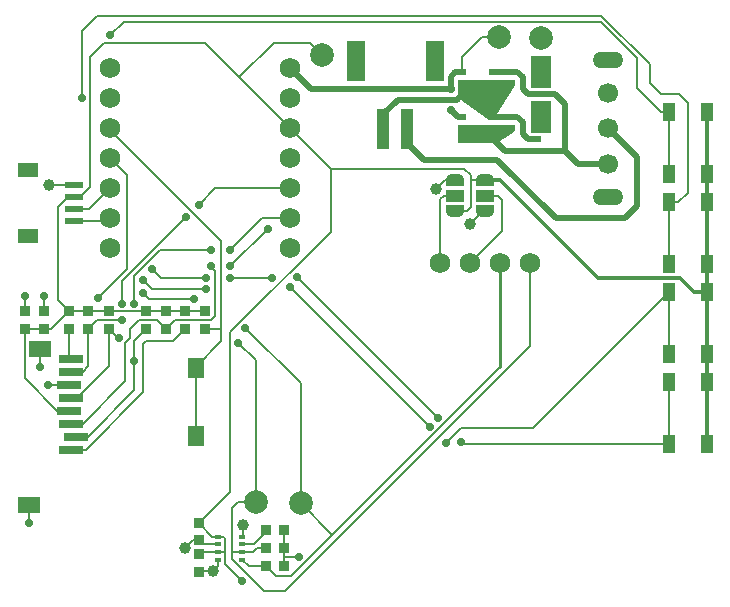
<source format=gbr>
%TF.GenerationSoftware,KiCad,Pcbnew,7.0.8*%
%TF.CreationDate,2023-11-01T10:58:09-04:00*%
%TF.ProjectId,destinationWeatherStation_r4-5,64657374-696e-4617-9469-6f6e57656174,4.5*%
%TF.SameCoordinates,Original*%
%TF.FileFunction,Copper,L1,Top*%
%TF.FilePolarity,Positive*%
%FSLAX46Y46*%
G04 Gerber Fmt 4.6, Leading zero omitted, Abs format (unit mm)*
G04 Created by KiCad (PCBNEW 7.0.8) date 2023-11-01 10:58:09*
%MOMM*%
%LPD*%
G01*
G04 APERTURE LIST*
G04 Aperture macros list*
%AMFreePoly0*
4,1,19,0.550000,-0.750000,0.000000,-0.750000,0.000000,-0.744911,-0.071157,-0.744911,-0.207708,-0.704816,-0.327430,-0.627875,-0.420627,-0.520320,-0.479746,-0.390866,-0.500000,-0.250000,-0.500000,0.250000,-0.479746,0.390866,-0.420627,0.520320,-0.327430,0.627875,-0.207708,0.704816,-0.071157,0.744911,0.000000,0.744911,0.000000,0.750000,0.550000,0.750000,0.550000,-0.750000,0.550000,-0.750000,
$1*%
%AMFreePoly1*
4,1,19,0.000000,0.744911,0.071157,0.744911,0.207708,0.704816,0.327430,0.627875,0.420627,0.520320,0.479746,0.390866,0.500000,0.250000,0.500000,-0.250000,0.479746,-0.390866,0.420627,-0.520320,0.327430,-0.627875,0.207708,-0.704816,0.071157,-0.744911,0.000000,-0.744911,0.000000,-0.750000,-0.550000,-0.750000,-0.550000,0.750000,0.000000,0.750000,0.000000,0.744911,0.000000,0.744911,
$1*%
G04 Aperture macros list end*
%TA.AperFunction,SMDPad,CuDef*%
%ADD10R,1.000000X1.550000*%
%TD*%
%TA.AperFunction,ComponentPad*%
%ADD11O,2.600000X1.350000*%
%TD*%
%TA.AperFunction,ComponentPad*%
%ADD12C,1.700000*%
%TD*%
%TA.AperFunction,SMDPad,CuDef*%
%ADD13R,0.826000X0.609000*%
%TD*%
%TA.AperFunction,SMDPad,CuDef*%
%ADD14C,2.000000*%
%TD*%
%TA.AperFunction,SMDPad,CuDef*%
%ADD15R,0.970000X0.871000*%
%TD*%
%TA.AperFunction,SMDPad,CuDef*%
%ADD16R,1.500000X3.400000*%
%TD*%
%TA.AperFunction,SMDPad,CuDef*%
%ADD17R,1.000000X3.500000*%
%TD*%
%TA.AperFunction,ComponentPad*%
%ADD18C,2.000000*%
%TD*%
%TA.AperFunction,SMDPad,CuDef*%
%ADD19R,0.706000X0.567000*%
%TD*%
%TA.AperFunction,SMDPad,CuDef*%
%ADD20R,2.000000X0.800000*%
%TD*%
%TA.AperFunction,SMDPad,CuDef*%
%ADD21R,1.400000X1.800000*%
%TD*%
%TA.AperFunction,SMDPad,CuDef*%
%ADD22R,1.900000X1.400000*%
%TD*%
%TA.AperFunction,SMDPad,CuDef*%
%ADD23R,0.820000X0.929000*%
%TD*%
%TA.AperFunction,SMDPad,CuDef*%
%ADD24R,0.929000X0.820000*%
%TD*%
%TA.AperFunction,SMDPad,CuDef*%
%ADD25FreePoly0,270.000000*%
%TD*%
%TA.AperFunction,SMDPad,CuDef*%
%ADD26R,1.500000X1.000000*%
%TD*%
%TA.AperFunction,SMDPad,CuDef*%
%ADD27FreePoly1,270.000000*%
%TD*%
%TA.AperFunction,ComponentPad*%
%ADD28C,1.750000*%
%TD*%
%TA.AperFunction,SMDPad,CuDef*%
%ADD29R,1.800000X1.200000*%
%TD*%
%TA.AperFunction,SMDPad,CuDef*%
%ADD30R,1.550000X0.600000*%
%TD*%
%TA.AperFunction,SMDPad,CuDef*%
%ADD31R,0.500000X0.350000*%
%TD*%
%TA.AperFunction,SMDPad,CuDef*%
%ADD32FreePoly0,90.000000*%
%TD*%
%TA.AperFunction,SMDPad,CuDef*%
%ADD33FreePoly1,90.000000*%
%TD*%
%TA.AperFunction,ViaPad*%
%ADD34C,0.700000*%
%TD*%
%TA.AperFunction,ViaPad*%
%ADD35C,1.000000*%
%TD*%
%TA.AperFunction,Conductor*%
%ADD36C,0.300000*%
%TD*%
%TA.AperFunction,Conductor*%
%ADD37C,0.200000*%
%TD*%
%TA.AperFunction,Conductor*%
%ADD38C,0.500000*%
%TD*%
%TA.AperFunction,Conductor*%
%ADD39C,0.250000*%
%TD*%
G04 APERTURE END LIST*
D10*
%TO.P,SW5,1*%
%TO.N,+3V3*%
X173685000Y-102785000D03*
%TO.P,SW5,2*%
X173685000Y-108035000D03*
%TO.P,SW5,3*%
%TO.N,/SW5*%
X170485000Y-102785000D03*
%TO.P,SW5,4*%
X170485000Y-108035000D03*
%TD*%
%TO.P,SW3,1*%
%TO.N,+3V3*%
X173685000Y-87545000D03*
%TO.P,SW3,2*%
X173685000Y-92795000D03*
%TO.P,SW3,3*%
%TO.N,/SW3*%
X170485000Y-87545000D03*
%TO.P,SW3,4*%
X170485000Y-92795000D03*
%TD*%
%TO.P,SW2,1*%
%TO.N,+3V3*%
X173685000Y-79925000D03*
%TO.P,SW2,2*%
X173685000Y-85175000D03*
%TO.P,SW2,3*%
%TO.N,/SW2*%
X170485000Y-79925000D03*
%TO.P,SW2,4*%
X170485000Y-85175000D03*
%TD*%
D11*
%TO.P,SW1,*%
%TO.N,*%
X165354000Y-87080000D03*
X165354000Y-75480000D03*
D12*
%TO.P,SW1,1,A*%
%TO.N,Net-(SW1-A)*%
X165354000Y-84280000D03*
%TO.P,SW1,2,B*%
%TO.N,Net-(J1-Pin_1)*%
X165354000Y-81280000D03*
%TO.P,SW1,3,C*%
%TO.N,unconnected-(SW1-C-Pad3)*%
X165354000Y-78280000D03*
%TD*%
D13*
%TO.P,Q2,1*%
%TO.N,Net-(SW1-A)*%
X159228000Y-78420000D03*
%TO.P,Q2,2*%
%TO.N,GND*%
X159228000Y-76520000D03*
%TO.P,Q2,3*%
%TO.N,Net-(J1-Pin_2)*%
X157002000Y-77470000D03*
%TD*%
D14*
%TO.P,TP5,1,1*%
%TO.N,/SCL*%
X139319000Y-113030000D03*
%TD*%
D15*
%TO.P,C2,1*%
%TO.N,+3V3*%
X130683000Y-117360000D03*
%TO.P,C2,2*%
%TO.N,GND*%
X130683000Y-118860000D03*
%TD*%
D16*
%TO.P,J1,*%
%TO.N,*%
X150670000Y-75586000D03*
X143970000Y-75586000D03*
D17*
%TO.P,J1,1,Pin_1*%
%TO.N,Net-(J1-Pin_1)*%
X148320000Y-81336000D03*
%TO.P,J1,2,Pin_2*%
%TO.N,Net-(J1-Pin_2)*%
X146320000Y-81336000D03*
%TD*%
D18*
%TO.P,TP3,1,1*%
%TO.N,GND*%
X159639000Y-73660000D03*
%TD*%
D19*
%TO.P,Q4,1*%
%TO.N,Net-(J1-Pin_2)*%
X155608000Y-78420000D03*
%TO.P,Q4,2*%
X155608000Y-77470000D03*
%TO.P,Q4,3*%
%TO.N,Net-(SW1-A)*%
X155608000Y-76520000D03*
%TO.P,Q4,4*%
%TO.N,VCC*%
X153002000Y-76520000D03*
%TO.P,Q4,5*%
%TO.N,Net-(J1-Pin_2)*%
X153002000Y-77470000D03*
%TO.P,Q4,6*%
X153002000Y-78420000D03*
%TD*%
D20*
%TO.P,J2,1,DAT2*%
%TO.N,/DAT2*%
X119879000Y-108505000D03*
%TO.P,J2,2,DAT3/CD*%
%TO.N,/CS_SD*%
X120279000Y-107405000D03*
%TO.P,J2,3,CMD*%
%TO.N,/MOSI*%
X119879000Y-106305000D03*
%TO.P,J2,4,VDD*%
%TO.N,+3V3*%
X119679000Y-105205000D03*
%TO.P,J2,5,CLK*%
%TO.N,/SCK*%
X119879000Y-104105000D03*
%TO.P,J2,6,VSS*%
%TO.N,GND*%
X119679000Y-103005000D03*
%TO.P,J2,7,DAT0*%
%TO.N,/MISO*%
X119879000Y-101905000D03*
%TO.P,J2,8,DAT1*%
%TO.N,/DAT1*%
X119879000Y-100805000D03*
D21*
%TO.P,J2,9,DET*%
%TO.N,/CD*%
X130429000Y-101615000D03*
X130429000Y-107315000D03*
D22*
%TO.P,J2,10,SHIELD*%
%TO.N,GND*%
X117279000Y-100015000D03*
X116279000Y-113165000D03*
%TD*%
D10*
%TO.P,SW4,1*%
%TO.N,+3V3*%
X173685000Y-95165000D03*
%TO.P,SW4,2*%
X173685000Y-100415000D03*
%TO.P,SW4,3*%
%TO.N,/SW4*%
X170485000Y-95165000D03*
%TO.P,SW4,4*%
X170485000Y-100415000D03*
%TD*%
D23*
%TO.P,R10,1*%
%TO.N,+3V3*%
X137910000Y-118364000D03*
%TO.P,R10,2*%
%TO.N,/SCL*%
X136400000Y-118364000D03*
%TD*%
D14*
%TO.P,TP1,1,1*%
%TO.N,VCC*%
X156083000Y-73533000D03*
%TD*%
D24*
%TO.P,R5,1*%
%TO.N,+3V3*%
X127889000Y-96781000D03*
%TO.P,R5,2*%
%TO.N,/MOSI*%
X127889000Y-98291000D03*
%TD*%
D25*
%TO.P,JP2,1,A*%
%TO.N,+3V3*%
X154940000Y-85695000D03*
D26*
%TO.P,JP2,2,C*%
%TO.N,/OLED2*%
X154940000Y-86995000D03*
D27*
%TO.P,JP2,3,B*%
%TO.N,GND*%
X154940000Y-88295000D03*
%TD*%
D15*
%TO.P,C4,1*%
%TO.N,+3V3*%
X117602000Y-98286000D03*
%TO.P,C4,2*%
%TO.N,GND*%
X117602000Y-96786000D03*
%TD*%
D24*
%TO.P,R3,1*%
%TO.N,+3V3*%
X121343000Y-96781000D03*
%TO.P,R3,2*%
%TO.N,/MISO*%
X121343000Y-98291000D03*
%TD*%
D28*
%TO.P,U1,1,D0*%
%TO.N,/SW2*%
X123190000Y-76200000D03*
%TO.P,U1,2,D1*%
%TO.N,/SW3*%
X123190000Y-78740000D03*
%TO.P,U1,3,D2*%
%TO.N,/CD*%
X123190000Y-81280000D03*
%TO.P,U1,4,D3*%
%TO.N,/CS_SD*%
X123190000Y-83820000D03*
%TO.P,U1,5,SDA*%
%TO.N,/SDA*%
X123190000Y-86360000D03*
%TO.P,U1,6,SCL*%
%TO.N,/SCL*%
X123190000Y-88900000D03*
%TO.P,U1,7,D6*%
%TO.N,/SW4*%
X123190000Y-91440000D03*
%TO.P,U1,8,D7*%
%TO.N,/SW5*%
X138430000Y-91440000D03*
%TO.P,U1,9,SCK*%
%TO.N,/SCK*%
X138430000Y-88900000D03*
%TO.P,U1,10,MISO*%
%TO.N,/MISO*%
X138430000Y-86360000D03*
%TO.P,U1,11,MOSI*%
%TO.N,/MOSI*%
X138430000Y-83820000D03*
%TO.P,U1,12,3V3*%
%TO.N,+3V3*%
X138430000Y-81280000D03*
%TO.P,U1,13,GND*%
%TO.N,GND*%
X138430000Y-78740000D03*
%TO.P,U1,14,VIN*%
%TO.N,VCC*%
X138430000Y-76200000D03*
%TD*%
D29*
%TO.P,J3,*%
%TO.N,*%
X116235000Y-84830000D03*
X116235000Y-90430000D03*
D30*
%TO.P,J3,1,Pin_1*%
%TO.N,GND*%
X120110000Y-86130000D03*
%TO.P,J3,2,Pin_2*%
%TO.N,+3V3*%
X120110000Y-87130000D03*
%TO.P,J3,3,Pin_3*%
%TO.N,/SDA*%
X120110000Y-88130000D03*
%TO.P,J3,4,Pin_4*%
%TO.N,/SCL*%
X120110000Y-89130000D03*
%TD*%
D24*
%TO.P,R1,1*%
%TO.N,+3V3*%
X131191000Y-96781000D03*
%TO.P,R1,2*%
%TO.N,/CD*%
X131191000Y-98291000D03*
%TD*%
D31*
%TO.P,U2,1,GND*%
%TO.N,GND*%
X134375000Y-115865000D03*
%TO.P,U2,2,CSB*%
%TO.N,/BME_CS*%
X134375000Y-116515000D03*
%TO.P,U2,3,SDI*%
%TO.N,/SDA*%
X134375000Y-117165000D03*
%TO.P,U2,4,SCK*%
%TO.N,/SCL*%
X134375000Y-117815000D03*
%TO.P,U2,5,SDO*%
%TO.N,GND*%
X132325000Y-117815000D03*
%TO.P,U2,6,VDDIO*%
%TO.N,+3V3*%
X132325000Y-117165000D03*
%TO.P,U2,7,GND*%
%TO.N,GND*%
X132325000Y-116515000D03*
%TO.P,U2,8,VDD*%
%TO.N,+3V3*%
X132325000Y-115865000D03*
%TD*%
D13*
%TO.P,Q1,1*%
%TO.N,Net-(J1-Pin_2)*%
X159228000Y-82230000D03*
%TO.P,Q1,2*%
%TO.N,GND*%
X159228000Y-80330000D03*
%TO.P,Q1,3*%
%TO.N,Net-(SW1-A)*%
X157002000Y-81280000D03*
%TD*%
D24*
%TO.P,R2,1*%
%TO.N,+3V3*%
X119692000Y-96781000D03*
%TO.P,R2,2*%
%TO.N,/DAT1*%
X119692000Y-98291000D03*
%TD*%
D28*
%TO.P,U3,1,GND*%
%TO.N,/OLED1*%
X151130000Y-92710000D03*
%TO.P,U3,2,VCC*%
%TO.N,/OLED2*%
X153670000Y-92710000D03*
%TO.P,U3,3,SCL*%
%TO.N,/SCL*%
X156210000Y-92710000D03*
%TO.P,U3,4,SDA*%
%TO.N,/SDA*%
X158750000Y-92710000D03*
%TD*%
D14*
%TO.P,TP4,1,1*%
%TO.N,/SDA*%
X135509000Y-112903000D03*
%TD*%
D23*
%TO.P,R9,1*%
%TO.N,+3V3*%
X137920000Y-116840000D03*
%TO.P,R9,2*%
%TO.N,/SDA*%
X136410000Y-116840000D03*
%TD*%
D24*
%TO.P,R6,1*%
%TO.N,+3V3*%
X126238000Y-96781000D03*
%TO.P,R6,2*%
%TO.N,/CS_SD*%
X126238000Y-98291000D03*
%TD*%
D32*
%TO.P,JP1,1,A*%
%TO.N,+3V3*%
X152400000Y-88295000D03*
D26*
%TO.P,JP1,2,C*%
%TO.N,/OLED1*%
X152400000Y-86995000D03*
D33*
%TO.P,JP1,3,B*%
%TO.N,GND*%
X152400000Y-85695000D03*
%TD*%
D24*
%TO.P,R7,1*%
%TO.N,+3V3*%
X129540000Y-96781000D03*
%TO.P,R7,2*%
%TO.N,/DAT2*%
X129540000Y-98291000D03*
%TD*%
D14*
%TO.P,TP2,1,1*%
%TO.N,+3V3*%
X141097000Y-75057000D03*
%TD*%
D23*
%TO.P,R8,1*%
%TO.N,+3V3*%
X137920000Y-115316000D03*
%TO.P,R8,2*%
%TO.N,/BME_CS*%
X136410000Y-115316000D03*
%TD*%
D15*
%TO.P,C1,1*%
%TO.N,+3V3*%
X130683000Y-114693000D03*
%TO.P,C1,2*%
%TO.N,GND*%
X130683000Y-116193000D03*
%TD*%
D24*
%TO.P,R4,1*%
%TO.N,+3V3*%
X123063000Y-96781000D03*
%TO.P,R4,2*%
%TO.N,/SCK*%
X123063000Y-98291000D03*
%TD*%
D15*
%TO.P,C3,1*%
%TO.N,+3V3*%
X115951000Y-98286000D03*
%TO.P,C3,2*%
%TO.N,GND*%
X115951000Y-96786000D03*
%TD*%
D19*
%TO.P,Q3,1*%
%TO.N,Net-(SW1-A)*%
X155608000Y-82230000D03*
%TO.P,Q3,2*%
X155608000Y-81280000D03*
%TO.P,Q3,3*%
%TO.N,Net-(J1-Pin_2)*%
X155608000Y-80330000D03*
%TO.P,Q3,4*%
%TO.N,VCC*%
X153002000Y-80330000D03*
%TO.P,Q3,5*%
%TO.N,Net-(SW1-A)*%
X153002000Y-81280000D03*
%TO.P,Q3,6*%
X153002000Y-82230000D03*
%TD*%
D34*
%TO.N,+3V3*%
X139185734Y-117595734D03*
X134366000Y-119634000D03*
D35*
%TO.N,GND*%
X153650000Y-89400000D03*
D34*
X117602000Y-95504000D03*
X160147000Y-76581000D03*
D35*
X150800000Y-86400000D03*
D34*
X117914000Y-103034000D03*
X116332000Y-114681000D03*
X159258000Y-79375000D03*
X115951000Y-95504000D03*
D35*
X131900000Y-118800000D03*
D34*
X160147000Y-81280000D03*
X160147000Y-79375000D03*
X160147000Y-75565000D03*
X160147000Y-77470000D03*
X160147000Y-80391000D03*
D35*
X129500000Y-116800000D03*
D34*
X159258000Y-75565000D03*
X117221000Y-101473000D03*
D35*
X134400000Y-114900000D03*
X118008400Y-86131400D03*
D34*
X159258000Y-77470000D03*
X159258000Y-81280000D03*
%TO.N,VCC*%
X152019000Y-77978000D03*
X152019000Y-79756000D03*
%TO.N,/SDA*%
X130302000Y-95758000D03*
X125984000Y-95250000D03*
X133999500Y-99441000D03*
%TO.N,/SCL*%
X134634767Y-98185767D03*
X125984000Y-94107000D03*
X131318000Y-94879503D03*
%TO.N,/MISO*%
X124206000Y-97536000D03*
X124206000Y-96131500D03*
X129603500Y-88836500D03*
X130683000Y-87757000D03*
%TO.N,/SCK*%
X133350000Y-91567000D03*
X125222000Y-96131500D03*
X131684500Y-91567000D03*
X123952000Y-99060000D03*
%TO.N,/MOSI*%
X133350000Y-92964000D03*
X131699000Y-92964000D03*
X136525000Y-89789000D03*
%TO.N,/CS_SD*%
X122174000Y-95631000D03*
X125222000Y-100965000D03*
%TO.N,/SW2*%
X123190000Y-73400500D03*
%TO.N,/SW3*%
X120777000Y-78740000D03*
%TO.N,/SW4*%
X150234734Y-106546734D03*
X151638000Y-107950000D03*
X136906000Y-93980000D03*
X131318000Y-93980000D03*
X133350000Y-93980000D03*
X126726109Y-93198109D03*
X138430000Y-94742000D03*
%TO.N,/SW5*%
X139001500Y-93916500D03*
X152908000Y-107823000D03*
X150933234Y-105848234D03*
%TD*%
D36*
%TO.N,+3V3*%
X173685000Y-95165000D02*
X172635000Y-95165000D01*
D37*
X115951000Y-98286000D02*
X117602000Y-98286000D01*
D36*
X173685000Y-87545000D02*
X173685000Y-92795000D01*
D37*
X153355000Y-88295000D02*
X153700000Y-87950000D01*
X139179468Y-117602000D02*
X137910000Y-117602000D01*
X132325000Y-115865000D02*
X132722500Y-115865000D01*
D36*
X164465000Y-93980000D02*
X156180000Y-85695000D01*
D37*
X153700000Y-87950000D02*
X153700000Y-85250000D01*
X120620000Y-87130000D02*
X121450000Y-86300000D01*
X126238000Y-96781000D02*
X129540000Y-96781000D01*
X132875000Y-117094000D02*
X132804000Y-117165000D01*
X129540000Y-96781000D02*
X131191000Y-96781000D01*
X130683000Y-117410000D02*
X130928000Y-117165000D01*
X153705000Y-85695000D02*
X154940000Y-85695000D01*
X118745000Y-87995736D02*
X118745000Y-95834000D01*
X132722500Y-115865000D02*
X132875000Y-116017500D01*
D36*
X172635000Y-95165000D02*
X171450000Y-93980000D01*
D37*
X139185734Y-117595734D02*
X139179468Y-117602000D01*
X121450000Y-75250000D02*
X122650000Y-74050000D01*
X119761000Y-96712000D02*
X119692000Y-96781000D01*
X153700000Y-85250000D02*
X153150000Y-84700000D01*
D36*
X173685000Y-100415000D02*
X173685000Y-102785000D01*
X173685000Y-95165000D02*
X173685000Y-100415000D01*
D37*
X140097000Y-74057000D02*
X137017000Y-74057000D01*
D36*
X173685000Y-79925000D02*
X173685000Y-85175000D01*
D37*
X130928000Y-117165000D02*
X132325000Y-117165000D01*
D36*
X171450000Y-93980000D02*
X164465000Y-93980000D01*
D37*
X141850000Y-90052000D02*
X133350000Y-98552000D01*
X118187000Y-98286000D02*
X119692000Y-96781000D01*
X118679000Y-105205000D02*
X119679000Y-105205000D01*
X115951000Y-98286000D02*
X115951000Y-102477000D01*
X132875000Y-118143000D02*
X134366000Y-119634000D01*
X141850000Y-84700000D02*
X141850000Y-90052000D01*
X137910000Y-118364000D02*
X137910000Y-117602000D01*
X117602000Y-98286000D02*
X118187000Y-98286000D01*
X130683000Y-114743000D02*
X131805000Y-115865000D01*
X121450000Y-86300000D02*
X121450000Y-75250000D01*
X119692000Y-96781000D02*
X126238000Y-96781000D01*
X153150000Y-84700000D02*
X141850000Y-84700000D01*
X132875000Y-116017500D02*
X132875000Y-117025000D01*
X119610736Y-87130000D02*
X118745000Y-87995736D01*
X120110000Y-87130000D02*
X120620000Y-87130000D01*
X118745000Y-95834000D02*
X119692000Y-96781000D01*
X153700000Y-85700000D02*
X153705000Y-85695000D01*
X152400000Y-88295000D02*
X153355000Y-88295000D01*
D36*
X156180000Y-85695000D02*
X154940000Y-85695000D01*
D37*
X131200000Y-74050000D02*
X134112000Y-76962000D01*
X134112000Y-76962000D02*
X138430000Y-81280000D01*
D36*
X173685000Y-92795000D02*
X173685000Y-95165000D01*
X173685000Y-85175000D02*
X173685000Y-87545000D01*
D37*
X131805000Y-115865000D02*
X132325000Y-115865000D01*
X137910000Y-115326000D02*
X137920000Y-115316000D01*
X122650000Y-74050000D02*
X131200000Y-74050000D01*
X141850000Y-84700000D02*
X138430000Y-81280000D01*
X137910000Y-117602000D02*
X137910000Y-115326000D01*
X133350000Y-112076000D02*
X130683000Y-114743000D01*
X137017000Y-74057000D02*
X134112000Y-76962000D01*
X141097000Y-75057000D02*
X140097000Y-74057000D01*
X132875000Y-117025000D02*
X132875000Y-118143000D01*
X133350000Y-98552000D02*
X133350000Y-112076000D01*
X115951000Y-102477000D02*
X118679000Y-105205000D01*
X132804000Y-117165000D02*
X132325000Y-117165000D01*
X120110000Y-87130000D02*
X119610736Y-87130000D01*
D36*
X173685000Y-102785000D02*
X173685000Y-108035000D01*
D37*
%TO.N,GND*%
X134400000Y-115840000D02*
X134375000Y-115865000D01*
X115951000Y-96786000D02*
X115951000Y-95504000D01*
X119679000Y-103005000D02*
X117943000Y-103005000D01*
X120110000Y-86130000D02*
X118009800Y-86130000D01*
X117279000Y-100015000D02*
X117279000Y-101415000D01*
X130157000Y-116143000D02*
X129500000Y-116800000D01*
X130683000Y-116143000D02*
X131055000Y-116515000D01*
X132325000Y-118375000D02*
X132325000Y-117815000D01*
X116279000Y-114628000D02*
X116332000Y-114681000D01*
X154755000Y-88295000D02*
X153650000Y-89400000D01*
X154940000Y-88295000D02*
X154755000Y-88295000D01*
X151505000Y-85695000D02*
X150800000Y-86400000D01*
X116279000Y-113165000D02*
X116279000Y-114628000D01*
X130683000Y-116143000D02*
X130157000Y-116143000D01*
X131900000Y-118800000D02*
X131890000Y-118810000D01*
X134400000Y-114900000D02*
X134400000Y-115840000D01*
X131900000Y-118800000D02*
X132325000Y-118375000D01*
X131055000Y-116515000D02*
X132325000Y-116515000D01*
X118009800Y-86130000D02*
X118008400Y-86131400D01*
X117602000Y-96786000D02*
X117602000Y-95504000D01*
X117279000Y-101415000D02*
X117221000Y-101473000D01*
X117943000Y-103005000D02*
X117914000Y-103034000D01*
X152400000Y-85695000D02*
X151505000Y-85695000D01*
X131890000Y-118810000D02*
X130683000Y-118810000D01*
%TO.N,VCC*%
X153002000Y-75217000D02*
X153002000Y-76520000D01*
D38*
X140208000Y-77978000D02*
X138430000Y-76200000D01*
D37*
X156083000Y-73533000D02*
X154686000Y-73533000D01*
X154686000Y-73533000D02*
X153002000Y-75217000D01*
D38*
X153002000Y-76520000D02*
X152415500Y-76520000D01*
X152019000Y-79756000D02*
X152593000Y-80330000D01*
X152019000Y-76916500D02*
X152019000Y-77978000D01*
X152415500Y-76520000D02*
X152019000Y-76916500D01*
X152019000Y-77978000D02*
X140208000Y-77978000D01*
X152593000Y-80330000D02*
X153002000Y-80330000D01*
D37*
%TO.N,/OLED1*%
X151450000Y-86995000D02*
X152400000Y-86995000D01*
X151130000Y-87315000D02*
X151450000Y-86995000D01*
X151130000Y-92710000D02*
X151130000Y-87315000D01*
%TO.N,/OLED2*%
X156045000Y-86995000D02*
X154940000Y-86995000D01*
X153670000Y-92710000D02*
X156400000Y-89980000D01*
X156400000Y-89980000D02*
X156400000Y-87350000D01*
X156400000Y-87350000D02*
X156045000Y-86995000D01*
%TO.N,/BME_CS*%
X134375000Y-116515000D02*
X135345000Y-116515000D01*
X135345000Y-116515000D02*
X136410000Y-115450000D01*
X136410000Y-115450000D02*
X136410000Y-115316000D01*
%TO.N,/DAT2*%
X125984000Y-103632000D02*
X125984000Y-99568000D01*
X128517000Y-99314000D02*
X129540000Y-98291000D01*
X119879000Y-108505000D02*
X121111000Y-108505000D01*
X121111000Y-108505000D02*
X125984000Y-103632000D01*
X125984000Y-99568000D02*
X126238000Y-99314000D01*
X126238000Y-99314000D02*
X128517000Y-99314000D01*
%TO.N,/DAT1*%
X119692000Y-100618000D02*
X119879000Y-100805000D01*
X119692000Y-98328000D02*
X119692000Y-100618000D01*
D38*
%TO.N,Net-(J1-Pin_1)*%
X149733000Y-83947000D02*
X155956000Y-83947000D01*
X155956000Y-83947000D02*
X160909000Y-88900000D01*
D36*
X148320000Y-81336000D02*
X148320000Y-82534000D01*
D38*
X167767000Y-87884000D02*
X167767000Y-83693000D01*
X148320000Y-82534000D02*
X149733000Y-83947000D01*
X160909000Y-88900000D02*
X166751000Y-88900000D01*
X167767000Y-83693000D02*
X165354000Y-81280000D01*
X166751000Y-88900000D02*
X167767000Y-87884000D01*
%TO.N,Net-(J1-Pin_2)*%
X158557000Y-82230000D02*
X158115000Y-81788000D01*
X146320000Y-80086000D02*
X147539000Y-78867000D01*
X158115000Y-80775500D02*
X157669500Y-80330000D01*
X146320000Y-81336000D02*
X146320000Y-80086000D01*
X152555000Y-78867000D02*
X153002000Y-78420000D01*
X158115000Y-81788000D02*
X158115000Y-80775500D01*
X147539000Y-78867000D02*
X152555000Y-78867000D01*
X159228000Y-82230000D02*
X158557000Y-82230000D01*
X157669500Y-80330000D02*
X155608000Y-80330000D01*
D37*
%TO.N,/SDA*%
X126492000Y-95758000D02*
X130302000Y-95758000D01*
X133985000Y-112903000D02*
X133477000Y-113411000D01*
X136410000Y-116840000D02*
X135636000Y-116840000D01*
X125984000Y-95250000D02*
X126492000Y-95758000D01*
X135509000Y-112903000D02*
X135509000Y-100950500D01*
X137968633Y-120500000D02*
X158750000Y-99718633D01*
X135636000Y-116840000D02*
X135311000Y-117165000D01*
X135509000Y-112903000D02*
X133985000Y-112903000D01*
X136200000Y-120500000D02*
X137968633Y-120500000D01*
X133477000Y-113411000D02*
X133477000Y-117777000D01*
X120110000Y-88130000D02*
X121420000Y-88130000D01*
X158750000Y-99718633D02*
X158750000Y-92710000D01*
X135311000Y-117165000D02*
X134375000Y-117165000D01*
X133477000Y-117777000D02*
X136200000Y-120500000D01*
X121420000Y-88130000D02*
X123190000Y-86360000D01*
X134375000Y-117165000D02*
X133477000Y-117165000D01*
X135509000Y-100950500D02*
X133999500Y-99441000D01*
D39*
%TO.N,/SCL*%
X156210000Y-101490000D02*
X156210000Y-92710000D01*
D37*
X134375000Y-117815000D02*
X134924000Y-118364000D01*
X136400000Y-118364000D02*
X137200000Y-119164000D01*
X139319000Y-113030000D02*
X141994500Y-115705500D01*
X121500000Y-89130000D02*
X122960000Y-89130000D01*
X137200000Y-119164000D02*
X137750000Y-119164000D01*
X138536000Y-119164000D02*
X141994500Y-115705500D01*
X134634767Y-98185767D02*
X139319000Y-102870000D01*
X120110000Y-89130000D02*
X121500000Y-89130000D01*
X137750000Y-119164000D02*
X138536000Y-119164000D01*
X139319000Y-102870000D02*
X139319000Y-113030000D01*
X122960000Y-89130000D02*
X123190000Y-88900000D01*
X137750000Y-119164000D02*
X137236500Y-119164000D01*
X141994500Y-115705500D02*
X156210000Y-101490000D01*
X126756503Y-94879503D02*
X131318000Y-94879503D01*
X134924000Y-118364000D02*
X136400000Y-118364000D01*
X125984000Y-94107000D02*
X126756503Y-94879503D01*
D38*
%TO.N,Net-(SW1-A)*%
X165354000Y-84280000D02*
X162766000Y-84280000D01*
X155636000Y-82230000D02*
X156591000Y-83185000D01*
X160843000Y-78420000D02*
X159228000Y-78420000D01*
X155608000Y-82230000D02*
X155636000Y-82230000D01*
X165052000Y-84582000D02*
X165354000Y-84280000D01*
X157669500Y-76520000D02*
X155608000Y-76520000D01*
X162766000Y-84280000D02*
X161671000Y-83185000D01*
X158115000Y-77978000D02*
X158115000Y-76965500D01*
X161671000Y-79248000D02*
X160843000Y-78420000D01*
X156591000Y-83185000D02*
X161671000Y-83185000D01*
X161671000Y-83185000D02*
X161671000Y-79248000D01*
X158557000Y-78420000D02*
X158115000Y-77978000D01*
X158115000Y-76965500D02*
X157669500Y-76520000D01*
X159228000Y-78420000D02*
X158557000Y-78420000D01*
D37*
%TO.N,/CD*%
X130315000Y-107733000D02*
X130311000Y-107737000D01*
X130429000Y-107315000D02*
X130429000Y-101615000D01*
X130483200Y-101560800D02*
X130429000Y-101615000D01*
X123190000Y-81280000D02*
X123190000Y-81407000D01*
X132588000Y-98313000D02*
X132588000Y-99314000D01*
X130444000Y-101600000D02*
X130429000Y-101615000D01*
X132573000Y-98298000D02*
X132588000Y-98313000D01*
X123190000Y-81407000D02*
X132588000Y-90805000D01*
X132588000Y-99314000D02*
X130429000Y-101473000D01*
X131191000Y-98291000D02*
X132566000Y-98291000D01*
X132566000Y-98291000D02*
X132573000Y-98298000D01*
X130429000Y-101473000D02*
X130429000Y-101615000D01*
X132588000Y-90805000D02*
X132588000Y-98283000D01*
X132588000Y-98283000D02*
X132573000Y-98298000D01*
X130487000Y-101557000D02*
X130429000Y-101615000D01*
%TO.N,/MISO*%
X121343000Y-98291000D02*
X122098000Y-97536000D01*
X132080000Y-86360000D02*
X138430000Y-86360000D01*
X130683000Y-87757000D02*
X132080000Y-86360000D01*
X121343000Y-101441000D02*
X120879000Y-101905000D01*
X121343000Y-98328000D02*
X121343000Y-101441000D01*
X122098000Y-97536000D02*
X124206000Y-97536000D01*
X129603500Y-88836500D02*
X129602793Y-88836500D01*
X120879000Y-101905000D02*
X119879000Y-101905000D01*
X124206000Y-94233293D02*
X124206000Y-96131500D01*
X129602793Y-88836500D02*
X124206000Y-94233293D01*
%TO.N,/SCK*%
X123112250Y-98291000D02*
X123063000Y-98291000D01*
X120403264Y-104105000D02*
X119879000Y-104105000D01*
X125222000Y-93782979D02*
X127437979Y-91567000D01*
X133350000Y-91567000D02*
X136017000Y-88900000D01*
X127437979Y-91567000D02*
X131684500Y-91567000D01*
X123063000Y-98291000D02*
X123063000Y-101445264D01*
X123952000Y-99060000D02*
X123881250Y-99060000D01*
X125222000Y-96131500D02*
X125222000Y-93782979D01*
X123063000Y-101445264D02*
X120403264Y-104105000D01*
X123881250Y-99060000D02*
X123112250Y-98291000D01*
X136017000Y-88900000D02*
X138430000Y-88900000D01*
%TO.N,/MOSI*%
X131734764Y-97536000D02*
X132080000Y-97190764D01*
X124841000Y-98298000D02*
X125603000Y-97536000D01*
X127134000Y-97536000D02*
X127889000Y-98291000D01*
X132080000Y-93345000D02*
X131699000Y-92964000D01*
X124460000Y-99471239D02*
X124841000Y-99090239D01*
X125603000Y-97536000D02*
X127134000Y-97536000D01*
X124460000Y-102724000D02*
X124460000Y-99471239D01*
X120879000Y-106305000D02*
X124460000Y-102724000D01*
X128644000Y-97536000D02*
X131734764Y-97536000D01*
X119879000Y-106305000D02*
X120879000Y-106305000D01*
X124841000Y-99090239D02*
X124841000Y-98298000D01*
X136525000Y-89789000D02*
X133350000Y-92964000D01*
X132080000Y-97190764D02*
X132080000Y-93345000D01*
X127889000Y-98291000D02*
X128644000Y-97536000D01*
%TO.N,/CS_SD*%
X121279000Y-107405000D02*
X120279000Y-107405000D01*
X125222000Y-103462000D02*
X121279000Y-107405000D01*
X125222000Y-100965000D02*
X125222000Y-99307000D01*
X125222000Y-99307000D02*
X126238000Y-98291000D01*
X125222000Y-100965000D02*
X125222000Y-103462000D01*
X123190000Y-83820000D02*
X124587000Y-85217000D01*
X124587000Y-85217000D02*
X124587000Y-93218000D01*
X124587000Y-93218000D02*
X122174000Y-95631000D01*
%TO.N,/SW2*%
X170485000Y-79925000D02*
X170485000Y-85175000D01*
X169841000Y-79925000D02*
X167767000Y-77851000D01*
X167767000Y-77851000D02*
X167767000Y-75311000D01*
X164719000Y-72263000D02*
X124327500Y-72263000D01*
X170485000Y-79925000D02*
X169841000Y-79925000D01*
X124327500Y-72263000D02*
X123190000Y-73400500D01*
X167767000Y-75311000D02*
X164719000Y-72263000D01*
%TO.N,/SW3*%
X120777000Y-73025000D02*
X120777000Y-78740000D01*
X168910000Y-77470000D02*
X168910000Y-75888314D01*
X169799000Y-78359000D02*
X168910000Y-77470000D01*
X122047000Y-71755000D02*
X120777000Y-73025000D01*
X168910000Y-75888314D02*
X164776686Y-71755000D01*
X171323000Y-78359000D02*
X169799000Y-78359000D01*
X164776686Y-71755000D02*
X122047000Y-71755000D01*
X172085000Y-86741000D02*
X172085000Y-79121000D01*
X170485000Y-87545000D02*
X171281000Y-87545000D01*
X170485000Y-87545000D02*
X170485000Y-92795000D01*
X171281000Y-87545000D02*
X172085000Y-86741000D01*
X172085000Y-79121000D02*
X171323000Y-78359000D01*
%TO.N,/SW4*%
X151638000Y-107950000D02*
X152908000Y-106680000D01*
X127508000Y-93980000D02*
X131318000Y-93980000D01*
X136906000Y-93980000D02*
X133350000Y-93980000D01*
X158970000Y-106680000D02*
X170485000Y-95165000D01*
X126726109Y-93198109D02*
X127508000Y-93980000D01*
X170485000Y-95165000D02*
X170485000Y-100415000D01*
X152908000Y-106680000D02*
X158970000Y-106680000D01*
X150234734Y-106546734D02*
X138430000Y-94742000D01*
%TO.N,/SW5*%
X139001500Y-93916500D02*
X150933234Y-105848234D01*
X152908000Y-107823000D02*
X153120000Y-108035000D01*
X153120000Y-108035000D02*
X170485000Y-108035000D01*
X170485000Y-102785000D02*
X170485000Y-108035000D01*
%TD*%
%TA.AperFunction,Conductor*%
%TO.N,Net-(J1-Pin_2)*%
G36*
X157411632Y-77168868D02*
G01*
X157415000Y-77177000D01*
X157415000Y-77771135D01*
X157413186Y-77777334D01*
X155961000Y-80046497D01*
X155961000Y-80602000D01*
X155957632Y-80610132D01*
X155949500Y-80613500D01*
X155258762Y-80613500D01*
X155251964Y-80611275D01*
X155250404Y-80610132D01*
X152653702Y-78706946D01*
X152649134Y-78699423D01*
X152649000Y-78697671D01*
X152649000Y-77198000D01*
X152652368Y-77189868D01*
X152660500Y-77186500D01*
X155961000Y-77186500D01*
X156589000Y-77165500D01*
X157403500Y-77165500D01*
X157411632Y-77168868D01*
G37*
%TD.AperFunction*%
%TD*%
%TA.AperFunction,Conductor*%
%TO.N,GND*%
G36*
X160524625Y-79022771D02*
G01*
X160528000Y-79030900D01*
X160528000Y-81649503D01*
X160524632Y-81657635D01*
X160516504Y-81661003D01*
X158826392Y-81661548D01*
X158818259Y-81658182D01*
X158814888Y-81650052D01*
X158814888Y-81650047D01*
X158815000Y-80634500D01*
X158815000Y-80025500D01*
X158814819Y-79032258D01*
X158818186Y-79024126D01*
X158826307Y-79020756D01*
X160516491Y-79019409D01*
X160524625Y-79022771D01*
G37*
%TD.AperFunction*%
%TD*%
%TA.AperFunction,Conductor*%
%TO.N,GND*%
G36*
X160524625Y-75212771D02*
G01*
X160528000Y-75220900D01*
X160528000Y-77839503D01*
X160524632Y-77847635D01*
X160516504Y-77851003D01*
X158826392Y-77851548D01*
X158818259Y-77848182D01*
X158814888Y-77840052D01*
X158814888Y-77840047D01*
X158815000Y-76824500D01*
X158815000Y-76215500D01*
X158814819Y-75222258D01*
X158818186Y-75214126D01*
X158826307Y-75210756D01*
X160516491Y-75209409D01*
X160524625Y-75212771D01*
G37*
%TD.AperFunction*%
%TD*%
%TA.AperFunction,Conductor*%
%TO.N,Net-(SW1-A)*%
G36*
X157411632Y-80978868D02*
G01*
X157415000Y-80987000D01*
X157415000Y-81578200D01*
X157411632Y-81586332D01*
X157409692Y-81587891D01*
X155963831Y-82511691D01*
X155957639Y-82513500D01*
X152660500Y-82513500D01*
X152652368Y-82510132D01*
X152649000Y-82502000D01*
X152649000Y-81008000D01*
X152652368Y-80999868D01*
X152660500Y-80996500D01*
X155961000Y-80996500D01*
X156589000Y-80975500D01*
X157403500Y-80975500D01*
X157411632Y-80978868D01*
G37*
%TD.AperFunction*%
%TD*%
M02*

</source>
